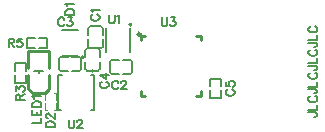
<source format=gto>
G04 Layer: TopSilkLayer*
G04 EasyEDA v6.3.53, 2020-06-10T18:14:14+08:00*
G04 70510a8a35ed4085a1cd130cdd61ad63,2a3559ba94084103b258dd4c46581d95,10*
G04 Gerber Generator version 0.2*
G04 Scale: 100 percent, Rotated: No, Reflected: No *
G04 Dimensions in inches *
G04 leading zeros omitted , absolute positions ,2 integer and 4 decimal *
%FSLAX24Y24*%
%MOIN*%
G90*
G70D02*

%ADD10C,0.010000*%
%ADD12C,0.006000*%
%ADD33C,0.005906*%
%ADD34C,0.007900*%
%ADD35C,0.005910*%
%ADD36C,0.007874*%
%ADD37C,0.004000*%
%ADD38C,0.007992*%
%ADD39C,0.003937*%
%ADD40C,0.005000*%

%LPD*%
G54D33*
G01X6842Y5337D02*
G01X6842Y5581D01*
G01X6842Y5195D02*
G01X6842Y4951D01*
G01X6370Y5195D02*
G01X6370Y4951D01*
G01X6449Y4892D02*
G01X6764Y4892D01*
G01X6370Y5337D02*
G01X6370Y5581D01*
G01X6449Y5640D02*
G01X6764Y5640D01*
G01X6429Y4892D02*
G01X6449Y4892D01*
G01X6783Y4892D02*
G01X6764Y4892D01*
G01X6429Y5640D02*
G01X6449Y5640D01*
G01X6783Y5640D02*
G01X6764Y5640D01*
G54D34*
G01X7043Y6329D02*
G01X7043Y5503D01*
G01X7870Y6329D02*
G01X7870Y5503D01*
G54D35*
G01X6556Y4756D02*
G01X6646Y4756D01*
G01X6646Y3576D01*
G01X6556Y3576D01*
G01X5566Y3576D02*
G01X5466Y3576D01*
G01X5466Y4756D01*
G01X5576Y4756D01*
G54D10*
G01X10206Y6067D02*
G01X10206Y5917D01*
G01X10206Y4217D02*
G01X10206Y4067D01*
G01X10056Y4067D01*
G01X8356Y4067D02*
G01X8206Y4067D01*
G01X8206Y4217D01*
G01X8206Y5917D02*
G01X8206Y6067D01*
G01X8206Y6067D02*
G01X8356Y6067D01*
G01X10056Y6067D02*
G01X10206Y6067D01*
G54D12*
G01X4683Y5986D02*
G01X4433Y5986D01*
G01X4433Y5646D01*
G01X4643Y5646D01*
G01X4683Y5646D01*
G01X4833Y5646D02*
G01X5073Y5646D01*
G01X5073Y5986D01*
G01X4863Y5986D01*
G01X4833Y5986D01*
G01X4376Y4889D02*
G01X4376Y5139D01*
G01X4036Y5139D01*
G01X4036Y4929D01*
G01X4036Y4889D01*
G01X4036Y4739D02*
G01X4036Y4499D01*
G01X4376Y4499D01*
G01X4376Y4709D01*
G01X4376Y4739D01*
G01X10536Y4243D02*
G01X10536Y3993D01*
G01X10876Y3993D01*
G01X10876Y4203D01*
G01X10876Y4243D01*
G01X10876Y4393D02*
G01X10876Y4633D01*
G01X10536Y4633D01*
G01X10536Y4423D01*
G01X10536Y4393D01*
G54D33*
G01X6942Y6087D02*
G01X6942Y6331D01*
G01X6942Y5945D02*
G01X6942Y5701D01*
G01X6470Y5945D02*
G01X6470Y5701D01*
G01X6549Y5642D02*
G01X6864Y5642D01*
G01X6470Y6087D02*
G01X6470Y6331D01*
G01X6549Y6390D02*
G01X6864Y6390D01*
G01X6529Y5642D02*
G01X6549Y5642D01*
G01X6883Y5642D02*
G01X6864Y5642D01*
G01X6529Y6390D02*
G01X6549Y6390D01*
G01X6883Y6390D02*
G01X6864Y6390D01*
G01X7627Y4780D02*
G01X7871Y4780D01*
G01X7485Y4780D02*
G01X7241Y4780D01*
G01X7485Y5252D02*
G01X7241Y5252D01*
G01X7182Y5173D02*
G01X7182Y4859D01*
G01X7627Y5252D02*
G01X7871Y5252D01*
G01X7930Y5173D02*
G01X7930Y4859D01*
G01X7182Y5193D02*
G01X7182Y5173D01*
G01X7182Y4839D02*
G01X7182Y4859D01*
G01X7930Y5193D02*
G01X7930Y5173D01*
G01X7930Y4839D02*
G01X7930Y4859D01*
G01X5785Y5352D02*
G01X5541Y5352D01*
G01X5927Y5352D02*
G01X6171Y5352D01*
G01X5927Y4880D02*
G01X6171Y4880D01*
G01X6230Y4959D02*
G01X6230Y5273D01*
G01X5785Y4880D02*
G01X5541Y4880D01*
G01X5482Y4959D02*
G01X5482Y5273D01*
G01X6230Y4939D02*
G01X6230Y4959D01*
G01X6230Y5293D02*
G01X6230Y5273D01*
G01X5482Y4939D02*
G01X5482Y4959D01*
G01X5482Y5293D02*
G01X5482Y5273D01*
G54D36*
G01X5581Y5383D02*
G01X6132Y5383D01*
G01X5581Y6249D02*
G01X6132Y6249D01*
G54D37*
G01X5403Y3905D02*
G01X5403Y4142D01*
G01X5336Y4142D01*
G01X5077Y4142D02*
G01X5009Y4142D01*
G01X5009Y3905D01*
G01X5403Y3827D02*
G01X5403Y3590D01*
G01X5336Y3590D01*
G01X5076Y3590D02*
G01X5009Y3590D01*
G01X5009Y3827D01*
G54D10*
G01X4466Y5561D02*
G01X4466Y4981D01*
G01X5146Y5561D02*
G01X5146Y4981D01*
G01X5146Y5561D02*
G01X4466Y5561D01*
G01X4466Y4751D02*
G01X4466Y4291D01*
G01X5146Y4741D02*
G01X5146Y4291D01*
G01X5146Y4291D02*
G01X5006Y4151D01*
G01X4606Y4151D01*
G01X4466Y4291D01*
G54D38*
G01X4966Y4896D02*
G01X4656Y4896D01*
G01X4809Y4896D02*
G01X4809Y4827D01*
G54D40*
G01X13803Y3504D02*
G01X14022Y3504D01*
G01X14063Y3490D01*
G01X14076Y3476D01*
G01X14090Y3449D01*
G01X14090Y3422D01*
G01X14076Y3395D01*
G01X14063Y3381D01*
G01X14022Y3367D01*
G01X13994Y3367D01*
G01X13803Y3594D02*
G01X14090Y3594D01*
G01X14090Y3594D02*
G01X14090Y3757D01*
G01X13872Y4052D02*
G01X13844Y4038D01*
G01X13817Y4011D01*
G01X13803Y3984D01*
G01X13803Y3929D01*
G01X13817Y3902D01*
G01X13844Y3875D01*
G01X13872Y3861D01*
G01X13913Y3847D01*
G01X13981Y3847D01*
G01X14022Y3861D01*
G01X14049Y3875D01*
G01X14076Y3902D01*
G01X14090Y3929D01*
G01X14090Y3984D01*
G01X14076Y4011D01*
G01X14049Y4038D01*
G01X14022Y4052D01*
G01X13803Y4278D02*
G01X14022Y4278D01*
G01X14063Y4265D01*
G01X14076Y4251D01*
G01X14090Y4224D01*
G01X14090Y4196D01*
G01X14076Y4169D01*
G01X14063Y4156D01*
G01X14022Y4142D01*
G01X13994Y4142D01*
G01X13803Y4368D02*
G01X14090Y4368D01*
G01X14090Y4368D02*
G01X14090Y4532D01*
G01X13872Y4826D02*
G01X13844Y4813D01*
G01X13817Y4786D01*
G01X13803Y4758D01*
G01X13803Y4704D01*
G01X13817Y4676D01*
G01X13844Y4649D01*
G01X13872Y4636D01*
G01X13913Y4622D01*
G01X13981Y4622D01*
G01X14022Y4636D01*
G01X14049Y4649D01*
G01X14076Y4676D01*
G01X14090Y4704D01*
G01X14090Y4758D01*
G01X14076Y4786D01*
G01X14049Y4813D01*
G01X14022Y4826D01*
G01X13803Y5053D02*
G01X14022Y5053D01*
G01X14063Y5039D01*
G01X14076Y5026D01*
G01X14090Y4998D01*
G01X14090Y4971D01*
G01X14076Y4944D01*
G01X14063Y4930D01*
G01X14022Y4916D01*
G01X13994Y4916D01*
G01X13803Y5143D02*
G01X14090Y5143D01*
G01X14090Y5143D02*
G01X14090Y5306D01*
G01X13872Y5601D02*
G01X13844Y5587D01*
G01X13817Y5560D01*
G01X13803Y5533D01*
G01X13803Y5478D01*
G01X13817Y5451D01*
G01X13844Y5424D01*
G01X13872Y5410D01*
G01X13913Y5396D01*
G01X13981Y5396D01*
G01X14022Y5410D01*
G01X14049Y5424D01*
G01X14076Y5451D01*
G01X14090Y5478D01*
G01X14090Y5533D01*
G01X14076Y5560D01*
G01X14049Y5587D01*
G01X14022Y5601D01*
G01X13803Y5827D02*
G01X14022Y5827D01*
G01X14063Y5814D01*
G01X14076Y5800D01*
G01X14090Y5773D01*
G01X14090Y5746D01*
G01X14076Y5718D01*
G01X14063Y5705D01*
G01X14022Y5691D01*
G01X13994Y5691D01*
G01X13803Y5917D02*
G01X14090Y5917D01*
G01X14090Y5917D02*
G01X14090Y6081D01*
G01X13872Y6376D02*
G01X13844Y6362D01*
G01X13817Y6335D01*
G01X13803Y6307D01*
G01X13803Y6253D01*
G01X13817Y6226D01*
G01X13844Y6198D01*
G01X13872Y6185D01*
G01X13913Y6171D01*
G01X13981Y6171D01*
G01X14022Y6185D01*
G01X14049Y6198D01*
G01X14076Y6226D01*
G01X14090Y6253D01*
G01X14090Y6307D01*
G01X14076Y6335D01*
G01X14049Y6362D01*
G01X14022Y6376D01*
G01X6922Y4521D02*
G01X6894Y4507D01*
G01X6867Y4480D01*
G01X6854Y4452D01*
G01X6854Y4398D01*
G01X6867Y4371D01*
G01X6894Y4343D01*
G01X6922Y4330D01*
G01X6963Y4316D01*
G01X7031Y4316D01*
G01X7072Y4330D01*
G01X7099Y4343D01*
G01X7126Y4371D01*
G01X7140Y4398D01*
G01X7140Y4452D01*
G01X7126Y4480D01*
G01X7099Y4507D01*
G01X7072Y4521D01*
G01X6854Y4747D02*
G01X7044Y4611D01*
G01X7044Y4815D01*
G01X6854Y4747D02*
G01X7140Y4747D01*
G01X7156Y6768D02*
G01X7156Y6564D01*
G01X7170Y6523D01*
G01X7197Y6496D01*
G01X7238Y6482D01*
G01X7265Y6482D01*
G01X7306Y6496D01*
G01X7333Y6523D01*
G01X7347Y6564D01*
G01X7347Y6768D01*
G01X7437Y6714D02*
G01X7464Y6727D01*
G01X7505Y6768D01*
G01X7505Y6482D01*
G01X5806Y3268D02*
G01X5806Y3064D01*
G01X5820Y3023D01*
G01X5847Y2996D01*
G01X5888Y2982D01*
G01X5915Y2982D01*
G01X5956Y2996D01*
G01X5983Y3023D01*
G01X5997Y3064D01*
G01X5997Y3268D01*
G01X6101Y3200D02*
G01X6101Y3214D01*
G01X6114Y3241D01*
G01X6128Y3255D01*
G01X6155Y3268D01*
G01X6210Y3268D01*
G01X6237Y3255D01*
G01X6251Y3241D01*
G01X6264Y3214D01*
G01X6264Y3187D01*
G01X6251Y3159D01*
G01X6223Y3118D01*
G01X6087Y2982D01*
G01X6278Y2982D01*
G01X8906Y6669D02*
G01X8906Y6464D01*
G01X8920Y6423D01*
G01X8947Y6396D01*
G01X8988Y6382D01*
G01X9015Y6382D01*
G01X9056Y6396D01*
G01X9083Y6423D01*
G01X9097Y6464D01*
G01X9097Y6669D01*
G01X9214Y6669D02*
G01X9364Y6669D01*
G01X9282Y6560D01*
G01X9323Y6560D01*
G01X9351Y6546D01*
G01X9364Y6532D01*
G01X9378Y6491D01*
G01X9378Y6464D01*
G01X9364Y6423D01*
G01X9337Y6396D01*
G01X9296Y6382D01*
G01X9255Y6382D01*
G01X9214Y6396D01*
G01X9201Y6410D01*
G01X9187Y6437D01*
G01X3806Y5968D02*
G01X3806Y5682D01*
G01X3806Y5968D02*
G01X3929Y5968D01*
G01X3970Y5955D01*
G01X3983Y5941D01*
G01X3997Y5914D01*
G01X3997Y5887D01*
G01X3983Y5859D01*
G01X3970Y5846D01*
G01X3929Y5832D01*
G01X3806Y5832D01*
G01X3901Y5832D02*
G01X3997Y5682D01*
G01X4251Y5968D02*
G01X4114Y5968D01*
G01X4101Y5846D01*
G01X4114Y5859D01*
G01X4155Y5873D01*
G01X4196Y5873D01*
G01X4237Y5859D01*
G01X4264Y5832D01*
G01X4278Y5791D01*
G01X4278Y5764D01*
G01X4264Y5723D01*
G01X4237Y5696D01*
G01X4196Y5682D01*
G01X4155Y5682D01*
G01X4114Y5696D01*
G01X4101Y5709D01*
G01X4087Y5737D01*
G01X4054Y3916D02*
G01X4340Y3916D01*
G01X4054Y3916D02*
G01X4054Y4039D01*
G01X4067Y4080D01*
G01X4081Y4093D01*
G01X4108Y4107D01*
G01X4135Y4107D01*
G01X4163Y4093D01*
G01X4176Y4080D01*
G01X4190Y4039D01*
G01X4190Y3916D01*
G01X4190Y4011D02*
G01X4340Y4107D01*
G01X4054Y4224D02*
G01X4054Y4374D01*
G01X4163Y4292D01*
G01X4163Y4333D01*
G01X4176Y4361D01*
G01X4190Y4374D01*
G01X4231Y4388D01*
G01X4258Y4388D01*
G01X4299Y4374D01*
G01X4326Y4347D01*
G01X4340Y4306D01*
G01X4340Y4265D01*
G01X4326Y4224D01*
G01X4313Y4211D01*
G01X4285Y4197D01*
G01X11122Y4271D02*
G01X11094Y4257D01*
G01X11067Y4230D01*
G01X11054Y4202D01*
G01X11054Y4148D01*
G01X11067Y4121D01*
G01X11094Y4093D01*
G01X11122Y4080D01*
G01X11163Y4066D01*
G01X11231Y4066D01*
G01X11272Y4080D01*
G01X11299Y4093D01*
G01X11326Y4121D01*
G01X11340Y4148D01*
G01X11340Y4202D01*
G01X11326Y4230D01*
G01X11299Y4257D01*
G01X11272Y4271D01*
G01X11054Y4524D02*
G01X11054Y4388D01*
G01X11176Y4374D01*
G01X11163Y4388D01*
G01X11149Y4429D01*
G01X11149Y4470D01*
G01X11163Y4511D01*
G01X11190Y4538D01*
G01X11231Y4551D01*
G01X11258Y4551D01*
G01X11299Y4538D01*
G01X11326Y4511D01*
G01X11340Y4470D01*
G01X11340Y4429D01*
G01X11326Y4388D01*
G01X11313Y4374D01*
G01X11285Y4361D01*
G01X6622Y6771D02*
G01X6595Y6757D01*
G01X6567Y6730D01*
G01X6554Y6702D01*
G01X6554Y6648D01*
G01X6567Y6621D01*
G01X6595Y6593D01*
G01X6622Y6580D01*
G01X6663Y6566D01*
G01X6731Y6566D01*
G01X6772Y6580D01*
G01X6799Y6593D01*
G01X6826Y6621D01*
G01X6840Y6648D01*
G01X6840Y6702D01*
G01X6826Y6730D01*
G01X6799Y6757D01*
G01X6772Y6771D01*
G01X6608Y6861D02*
G01X6595Y6888D01*
G01X6554Y6929D01*
G01X6840Y6929D01*
G01X7461Y4500D02*
G01X7447Y4527D01*
G01X7420Y4555D01*
G01X7392Y4568D01*
G01X7338Y4568D01*
G01X7311Y4555D01*
G01X7283Y4527D01*
G01X7270Y4500D01*
G01X7256Y4459D01*
G01X7256Y4391D01*
G01X7270Y4350D01*
G01X7283Y4323D01*
G01X7311Y4296D01*
G01X7338Y4282D01*
G01X7392Y4282D01*
G01X7420Y4296D01*
G01X7447Y4323D01*
G01X7461Y4350D01*
G01X7564Y4500D02*
G01X7564Y4514D01*
G01X7578Y4541D01*
G01X7591Y4555D01*
G01X7619Y4568D01*
G01X7673Y4568D01*
G01X7701Y4555D01*
G01X7714Y4541D01*
G01X7728Y4514D01*
G01X7728Y4487D01*
G01X7714Y4459D01*
G01X7687Y4418D01*
G01X7551Y4282D01*
G01X7741Y4282D01*
G01X5661Y6600D02*
G01X5647Y6628D01*
G01X5620Y6655D01*
G01X5592Y6669D01*
G01X5538Y6669D01*
G01X5511Y6655D01*
G01X5483Y6628D01*
G01X5470Y6600D01*
G01X5456Y6559D01*
G01X5456Y6491D01*
G01X5470Y6450D01*
G01X5483Y6423D01*
G01X5511Y6396D01*
G01X5538Y6382D01*
G01X5592Y6382D01*
G01X5620Y6396D01*
G01X5647Y6423D01*
G01X5661Y6450D01*
G01X5778Y6669D02*
G01X5928Y6669D01*
G01X5846Y6559D01*
G01X5887Y6559D01*
G01X5914Y6546D01*
G01X5928Y6532D01*
G01X5941Y6491D01*
G01X5941Y6464D01*
G01X5928Y6423D01*
G01X5901Y6396D01*
G01X5860Y6382D01*
G01X5819Y6382D01*
G01X5778Y6396D01*
G01X5764Y6409D01*
G01X5751Y6437D01*
G01X5704Y6766D02*
G01X5990Y6766D01*
G01X5704Y6766D02*
G01X5704Y6861D01*
G01X5717Y6902D01*
G01X5745Y6930D01*
G01X5772Y6943D01*
G01X5813Y6957D01*
G01X5881Y6957D01*
G01X5922Y6943D01*
G01X5949Y6930D01*
G01X5976Y6902D01*
G01X5990Y6861D01*
G01X5990Y6766D01*
G01X5758Y7047D02*
G01X5745Y7074D01*
G01X5704Y7115D01*
G01X5990Y7115D01*
G01X5054Y3016D02*
G01X5340Y3016D01*
G01X5054Y3016D02*
G01X5054Y3111D01*
G01X5067Y3152D01*
G01X5095Y3180D01*
G01X5122Y3193D01*
G01X5163Y3207D01*
G01X5231Y3207D01*
G01X5272Y3193D01*
G01X5299Y3180D01*
G01X5326Y3152D01*
G01X5340Y3111D01*
G01X5340Y3016D01*
G01X5122Y3311D02*
G01X5108Y3311D01*
G01X5081Y3324D01*
G01X5067Y3338D01*
G01X5054Y3365D01*
G01X5054Y3420D01*
G01X5067Y3447D01*
G01X5081Y3461D01*
G01X5108Y3474D01*
G01X5135Y3474D01*
G01X5163Y3461D01*
G01X5204Y3433D01*
G01X5340Y3297D01*
G01X5340Y3488D01*
G01X4604Y3166D02*
G01X4890Y3166D01*
G01X4890Y3166D02*
G01X4890Y3330D01*
G01X4604Y3420D02*
G01X4890Y3420D01*
G01X4604Y3420D02*
G01X4604Y3597D01*
G01X4740Y3420D02*
G01X4740Y3529D01*
G01X4890Y3420D02*
G01X4890Y3597D01*
G01X4604Y3687D02*
G01X4890Y3687D01*
G01X4604Y3687D02*
G01X4604Y3782D01*
G01X4617Y3823D01*
G01X4645Y3851D01*
G01X4672Y3864D01*
G01X4713Y3878D01*
G01X4781Y3878D01*
G01X4822Y3864D01*
G01X4849Y3851D01*
G01X4876Y3823D01*
G01X4890Y3782D01*
G01X4890Y3687D01*
G01X4658Y3968D02*
G01X4645Y3995D01*
G01X4604Y4036D01*
G01X4890Y4036D01*
G54D33*
G75*
G01X6370Y4952D02*
G03X6429Y4893I59J0D01*
G01*
G75*
G01X6843Y4952D02*
G02X6784Y4893I-59J0D01*
G01*
G75*
G01X6370Y5582D02*
G02X6429Y5641I59J0D01*
G01*
G75*
G01X6843Y5582D02*
G03X6784Y5641I-59J0D01*
G01*
G54D39*
G75*
G01X6607Y4828D02*
G03X6606Y4828I0J49D01*
G01*
G54D33*
G75*
G01X6471Y5702D02*
G03X6530Y5642I59J0D01*
G01*
G75*
G01X6943Y5702D02*
G02X6884Y5642I-59J0D01*
G01*
G75*
G01X6471Y6331D02*
G02X6530Y6390I59J0D01*
G01*
G75*
G01X6943Y6331D02*
G03X6884Y6390I-59J0D01*
G01*
G75*
G01X7242Y5253D02*
G03X7183Y5194I0J-59D01*
G01*
G75*
G01X7242Y4780D02*
G02X7183Y4839I0J59D01*
G01*
G75*
G01X7872Y5253D02*
G02X7931Y5194I0J-59D01*
G01*
G75*
G01X7872Y4780D02*
G03X7931Y4839I0J59D01*
G01*
G75*
G01X6172Y4880D02*
G03X6231Y4939I0J59D01*
G01*
G75*
G01X6172Y5353D02*
G02X6231Y5294I0J-59D01*
G01*
G75*
G01X5542Y4880D02*
G02X5483Y4939I0J59D01*
G01*
G75*
G01X5542Y5353D02*
G03X5483Y5294I0J-59D01*
G01*
G54D36*
G75*
G01X6286Y5386D02*
G03X6287Y5386I1J-49D01*
G01*
G54D10*
G75*
G01X7892Y6427D02*
G03X7892Y6427I-25J0D01*
G01*
G75*
G01X8207Y6118D02*
G03X8207Y6118I-50J0D01*
G01*
M00*
M02*

</source>
